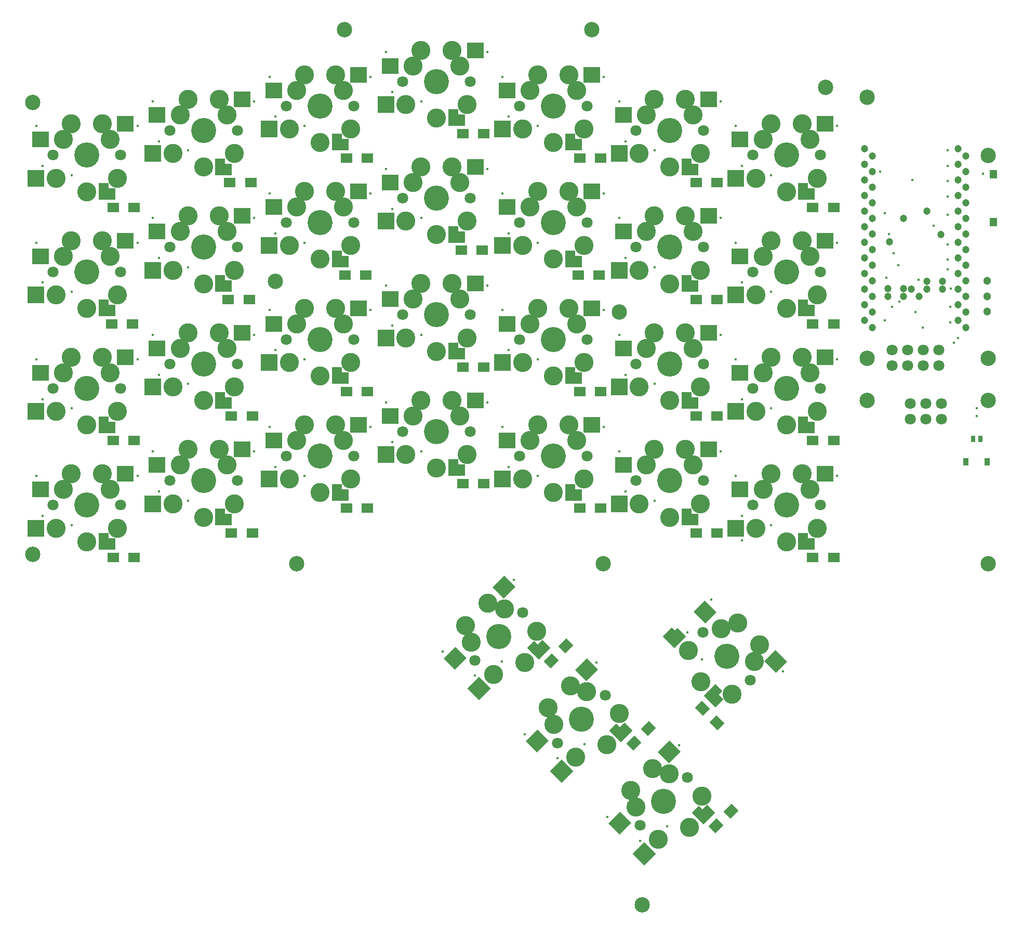
<source format=gbs>
%FSLAX46Y46*%
%MOMM*%
%AMPS33*
4,1,6,
1.307060,-0.603258,
0.524293,0.183750,
1.125431,0.784888,
0.000000,1.910319,
-1.910319,0.000000,
0.000000,-1.910319,
1.307060,-0.603258,
0
*
%
%ADD33PS33*%
%AMPS14*
21,1,2.701600,2.701600,0.000000,0.000000,0.000000*
%
%ADD14PS14*%
%AMPS24*
21,1,2.701600,2.701600,0.000000,0.000000,45.000000*
%
%ADD24PS24*%
%AMPS12*
21,1,2.651600,2.601600,0.000000,0.000000,0.000000*
%
%ADD12PS12*%
%AMPS22*
21,1,2.651600,2.601600,0.000000,0.000000,45.000000*
%
%ADD22PS22*%
%AMPS30*
21,1,2.651600,2.601600,0.000000,0.000000,315.000000*
%
%ADD30PS30*%
%AMPS20*
1,1,1.801600,0.000000,0.000000*
%
%ADD20PS20*%
%AMPS38*
1,1,1.801600,0.000000,0.000000*
%
%ADD38PS38*%
%AMPS28*
1,1,1.301600,0.000000,0.000000*
%
%ADD28PS28*%
%AMPS18*
1,1,1.201600,0.000000,0.000000*
%
%ADD18PS18*%
%AMPS36*
21,1,0.701600,0.951600,0.000000,0.000000,360.000000*
%
%ADD36PS36*%
%AMPS37*
21,1,0.801600,1.201600,0.000000,0.000000,360.000000*
%
%ADD37PS37*%
%AMPS35*
21,1,1.351600,1.101600,0.000000,0.000000,270.000000*
%
%ADD35PS35*%
%AMPS15*
4,1,6,
1.350800,0.497663,
0.240800,0.500663,
0.240800,1.350800,
-1.350800,1.350800,
-1.350800,-1.350800,
1.350800,-1.350800,
1.350800,0.497663,
0
*
%
%ADD15PS15*%
%AMPS39*
1,1,0.431800,0.000000,0.000000*
%
%ADD39PS39*%
%AMPS16*
1,1,1.803600,0.000000,0.000000*
%
%ADD16PS16*%
%AMPS26*
1,1,1.803600,0.000000,0.000000*
%
%ADD26PS26*%
%AMPS34*
1,1,1.803600,0.000000,0.000000*
%
%ADD34PS34*%
%AMPS13*
1,1,3.101600,0.000000,0.000000*
%
%ADD13PS13*%
%AMPS23*
1,1,3.101600,0.000000,0.000000*
%
%ADD23PS23*%
%AMPS31*
1,1,3.101600,0.000000,0.000000*
%
%ADD31PS31*%
%AMPS11*
1,1,4.089600,0.000000,0.000000*
%
%ADD11PS11*%
%AMPS21*
1,1,4.089600,0.000000,0.000000*
%
%ADD21PS21*%
%AMPS29*
1,1,4.089600,0.000000,0.000000*
%
%ADD29PS29*%
%AMPS32*
4,1,6,
1.910319,0.000000,
0.530330,1.379989,
0.106066,0.955725,
-0.424264,1.486055,
-1.910319,0.000000,
0.000000,-1.910319,
1.910319,0.000000,
0
*
%
%ADD32PS32*%
%AMPS25*
4,1,6,
0.603258,1.307060,
-0.183750,0.524293,
-0.784888,1.125431,
-1.910319,0.000000,
0.000000,-1.910319,
1.910319,0.000000,
0.603258,1.307060,
0
*
%
%ADD25PS25*%
%AMPS27*
21,1,1.901600,1.601600,0.000000,0.000000,135.000000*
%
%ADD27PS27*%
%AMPS17*
21,1,1.901600,1.601600,0.000000,0.000000,180.000000*
%
%ADD17PS17*%
%AMPS19*
21,1,1.901600,1.601600,0.000000,0.000000,225.000000*
%
%ADD19PS19*%
%AMPS10*
1,1,2.501600,0.000000,0.000000*
%
%ADD10PS10*%
G01*
G01*
%LPD*%
G75*
D10*
X160600000Y-58350000D03*
D10*
X4900000Y-16650000D03*
D10*
X100500000Y-50825000D03*
D10*
X97850000Y-91750000D03*
D10*
X160600000Y-25350000D03*
D10*
X55700000Y-4825000D03*
D10*
X44500000Y-45825000D03*
D10*
X4900000Y-90225000D03*
D10*
X160600000Y-65150000D03*
D10*
X140900000Y-15850000D03*
D10*
X47925000Y-91750000D03*
D10*
X140925000Y-58350000D03*
D10*
X140925000Y-65150000D03*
D10*
X134100000Y-14200000D03*
D10*
X104250000Y-147350000D03*
D10*
X160600000Y-91750000D03*
D10*
X96000000Y-4825000D03*
D11*
X51750000Y-17250000D03*
D12*
X58040000Y-12170000D03*
D13*
X46750000Y-21000000D03*
D13*
X55560000Y-14710000D03*
D14*
X43475000Y-21000000D03*
D15*
X55025000Y-23150000D03*
D13*
X47940000Y-14710000D03*
D16*
X57250000Y-17250000D03*
D13*
X54290000Y-12170000D03*
D12*
X44190000Y-14710000D03*
D16*
X46250000Y-17250000D03*
D13*
X49210000Y-12170000D03*
D13*
X56750000Y-21000000D03*
D13*
X51750000Y-23200000D03*
D17*
X36800000Y-48750000D03*
D17*
X40200000Y-48750000D03*
D17*
X94050000Y-82750000D03*
D17*
X97450000Y-82750000D03*
D17*
X94050000Y-25750000D03*
D17*
X97450000Y-25750000D03*
D17*
X56050000Y-82750000D03*
D17*
X59450000Y-82750000D03*
D17*
X56050000Y-25750000D03*
D17*
X59450000Y-25750000D03*
D18*
X155745000Y-34335000D03*
D18*
X140505000Y-39415000D03*
D18*
X156995000Y-45745000D03*
D18*
X140505000Y-41955000D03*
D18*
X140505000Y-36875000D03*
D18*
X156995000Y-27965000D03*
D18*
X155745000Y-36875000D03*
D18*
X156995000Y-50825000D03*
D18*
X141755000Y-50825000D03*
D18*
X156995000Y-38125000D03*
D18*
X153205000Y-45765000D03*
D18*
X144295000Y-47015000D03*
D18*
X155745000Y-49575000D03*
D18*
X144549000Y-39395000D03*
D18*
X146835000Y-47015000D03*
D18*
X141755000Y-30505000D03*
D18*
X140505000Y-24175000D03*
D18*
X148125000Y-47035000D03*
D18*
X156995000Y-48285000D03*
D18*
X146835000Y-48285000D03*
D18*
X140505000Y-44495000D03*
D18*
X155745000Y-26715000D03*
D18*
X153205000Y-47035000D03*
D18*
X140505000Y-31795000D03*
D18*
X141755000Y-33045000D03*
D18*
X156995000Y-30505000D03*
D18*
X141755000Y-38125000D03*
D18*
X156995000Y-40665000D03*
D18*
X155745000Y-39415000D03*
D18*
X150665000Y-47035000D03*
D18*
X141755000Y-45745000D03*
D18*
X156995000Y-35585000D03*
D18*
X150665000Y-45765000D03*
D18*
X155745000Y-31795000D03*
D18*
X140505000Y-26715000D03*
D18*
X155745000Y-44495000D03*
D18*
X140505000Y-52115000D03*
D18*
X146835000Y-35585000D03*
D18*
X141755000Y-27965000D03*
D18*
X141755000Y-35585000D03*
D18*
X155745000Y-47035000D03*
D18*
X150665000Y-34335000D03*
D18*
X156995000Y-53365000D03*
D18*
X152951000Y-38145000D03*
D18*
X144295000Y-48285000D03*
D18*
X155745000Y-52115000D03*
D18*
X141755000Y-53365000D03*
D18*
X140505000Y-47035000D03*
D18*
X156995000Y-33045000D03*
D18*
X155745000Y-24175000D03*
D18*
X140505000Y-49575000D03*
D18*
X141755000Y-40665000D03*
D18*
X155745000Y-29255000D03*
D18*
X141755000Y-25425000D03*
D18*
X155745000Y-41955000D03*
D18*
X149375000Y-48285000D03*
D18*
X156995000Y-43205000D03*
D18*
X141755000Y-48285000D03*
D18*
X156995000Y-25425000D03*
D18*
X140505000Y-34335000D03*
D18*
X141755000Y-43205000D03*
D18*
X140505000Y-29255000D03*
D17*
X94050000Y-63750000D03*
D17*
X97450000Y-63750000D03*
D11*
X127750000Y-82250000D03*
D12*
X134040000Y-77170000D03*
D13*
X122750000Y-86000000D03*
D13*
X131560000Y-79710000D03*
D14*
X119475000Y-86000000D03*
D15*
X131025000Y-88150000D03*
D13*
X123940000Y-79710000D03*
D16*
X133250000Y-82250000D03*
D13*
X130290000Y-77170000D03*
D12*
X120190000Y-79710000D03*
D16*
X122250000Y-82250000D03*
D13*
X125210000Y-77170000D03*
D13*
X132750000Y-86000000D03*
D13*
X127750000Y-88200000D03*
D11*
X70750000Y-70250000D03*
D12*
X77040000Y-65170000D03*
D13*
X65750000Y-74000000D03*
D13*
X74560000Y-67710000D03*
D14*
X62475000Y-74000000D03*
D15*
X74025000Y-76150000D03*
D13*
X66940000Y-67710000D03*
D16*
X76250000Y-70250000D03*
D13*
X73290000Y-65170000D03*
D12*
X63190000Y-67710000D03*
D16*
X65250000Y-70250000D03*
D13*
X68210000Y-65170000D03*
D13*
X75750000Y-74000000D03*
D13*
X70750000Y-76200000D03*
D11*
X13750000Y-63250000D03*
D12*
X20040000Y-58170000D03*
D13*
X8750000Y-67000000D03*
D13*
X17560000Y-60710000D03*
D14*
X5475000Y-67000000D03*
D15*
X17025000Y-69150000D03*
D13*
X9940000Y-60710000D03*
D16*
X19250000Y-63250000D03*
D13*
X16290000Y-58170000D03*
D12*
X6190000Y-60710000D03*
D16*
X8250000Y-63250000D03*
D13*
X11210000Y-58170000D03*
D13*
X18750000Y-67000000D03*
D13*
X13750000Y-69200000D03*
D19*
X116297919Y-134452081D03*
D19*
X118702081Y-132047919D03*
D17*
X18050000Y-90750000D03*
D17*
X21450000Y-90750000D03*
D17*
X18050000Y-33750000D03*
D17*
X21450000Y-33750000D03*
D11*
X108750000Y-59250000D03*
D12*
X115040000Y-54170000D03*
D13*
X103750000Y-63000000D03*
D13*
X112560000Y-56710000D03*
D14*
X100475000Y-63000000D03*
D15*
X112025000Y-65150000D03*
D13*
X104940000Y-56710000D03*
D16*
X114250000Y-59250000D03*
D13*
X111290000Y-54170000D03*
D12*
X101190000Y-56710000D03*
D16*
X103250000Y-59250000D03*
D13*
X106210000Y-54170000D03*
D13*
X113750000Y-63000000D03*
D13*
X108750000Y-65200000D03*
D11*
X13750000Y-44250000D03*
D12*
X20040000Y-39170000D03*
D13*
X8750000Y-48000000D03*
D13*
X17560000Y-41710000D03*
D14*
X5475000Y-48000000D03*
D15*
X17025000Y-50150000D03*
D13*
X9940000Y-41710000D03*
D16*
X19250000Y-44250000D03*
D13*
X16290000Y-39170000D03*
D12*
X6190000Y-41710000D03*
D16*
X8250000Y-44250000D03*
D13*
X11210000Y-39170000D03*
D13*
X18750000Y-48000000D03*
D13*
X13750000Y-50200000D03*
D17*
X132050000Y-71750000D03*
D17*
X135450000Y-71750000D03*
D11*
X32750000Y-21250000D03*
D12*
X39040000Y-16170000D03*
D13*
X27750000Y-25000000D03*
D13*
X36560000Y-18710000D03*
D14*
X24475000Y-25000000D03*
D15*
X36025000Y-27150000D03*
D13*
X28940000Y-18710000D03*
D16*
X38250000Y-21250000D03*
D13*
X35290000Y-16170000D03*
D12*
X25190000Y-18710000D03*
D16*
X27250000Y-21250000D03*
D13*
X30210000Y-16170000D03*
D13*
X37750000Y-25000000D03*
D13*
X32750000Y-27200000D03*
D20*
X147480000Y-56980000D03*
D20*
X152560000Y-59520000D03*
D20*
X144940000Y-59520000D03*
D20*
X144940000Y-56980000D03*
D20*
X150020000Y-59520000D03*
D20*
X152560000Y-56980000D03*
D20*
X147480000Y-59520000D03*
D20*
X150020000Y-56980000D03*
D11*
X127750000Y-63250000D03*
D12*
X134040000Y-58170000D03*
D13*
X122750000Y-67000000D03*
D13*
X131560000Y-60710000D03*
D14*
X119475000Y-67000000D03*
D15*
X131025000Y-69150000D03*
D13*
X123940000Y-60710000D03*
D16*
X133250000Y-63250000D03*
D13*
X130290000Y-58170000D03*
D12*
X120190000Y-60710000D03*
D16*
X122250000Y-63250000D03*
D13*
X125210000Y-58170000D03*
D13*
X132750000Y-67000000D03*
D13*
X127750000Y-69200000D03*
D17*
X113050000Y-86750000D03*
D17*
X116450000Y-86750000D03*
D11*
X108750000Y-21250000D03*
D12*
X115040000Y-16170000D03*
D13*
X103750000Y-25000000D03*
D13*
X112560000Y-18710000D03*
D14*
X100475000Y-25000000D03*
D15*
X112025000Y-27150000D03*
D13*
X104940000Y-18710000D03*
D16*
X114250000Y-21250000D03*
D13*
X111290000Y-16170000D03*
D12*
X101190000Y-18710000D03*
D16*
X103250000Y-21250000D03*
D13*
X106210000Y-16170000D03*
D13*
X113750000Y-25000000D03*
D13*
X108750000Y-27200000D03*
D19*
X102872919Y-121002081D03*
D19*
X105277081Y-118597919D03*
D17*
X18050000Y-71750000D03*
D17*
X21450000Y-71750000D03*
D11*
X89750000Y-55250000D03*
D12*
X96040000Y-50170000D03*
D13*
X84750000Y-59000000D03*
D13*
X93560000Y-52710000D03*
D14*
X81475000Y-59000000D03*
D15*
X93025000Y-61150000D03*
D13*
X85940000Y-52710000D03*
D16*
X95250000Y-55250000D03*
D13*
X92290000Y-50170000D03*
D12*
X82190000Y-52710000D03*
D16*
X84250000Y-55250000D03*
D13*
X87210000Y-50170000D03*
D13*
X94750000Y-59000000D03*
D13*
X89750000Y-61200000D03*
D17*
X93800000Y-44750000D03*
D17*
X97200000Y-44750000D03*
D11*
X51750000Y-36250000D03*
D12*
X58040000Y-31170000D03*
D13*
X46750000Y-40000000D03*
D13*
X55560000Y-33710000D03*
D14*
X43475000Y-40000000D03*
D15*
X55025000Y-42150000D03*
D13*
X47940000Y-33710000D03*
D16*
X57250000Y-36250000D03*
D13*
X54290000Y-31170000D03*
D12*
X44190000Y-33710000D03*
D16*
X46250000Y-36250000D03*
D13*
X49210000Y-31170000D03*
D13*
X56750000Y-40000000D03*
D13*
X51750000Y-42200000D03*
D11*
X127750000Y-44250000D03*
D12*
X134040000Y-39170000D03*
D13*
X122750000Y-48000000D03*
D13*
X131560000Y-41710000D03*
D14*
X119475000Y-48000000D03*
D15*
X131025000Y-50150000D03*
D13*
X123940000Y-41710000D03*
D16*
X133250000Y-44250000D03*
D13*
X130290000Y-39170000D03*
D12*
X120190000Y-41710000D03*
D16*
X122250000Y-44250000D03*
D13*
X125210000Y-39170000D03*
D13*
X132750000Y-48000000D03*
D13*
X127750000Y-50200000D03*
D11*
X51750000Y-55250000D03*
D12*
X58040000Y-50170000D03*
D13*
X46750000Y-59000000D03*
D13*
X55560000Y-52710000D03*
D14*
X43475000Y-59000000D03*
D15*
X55025000Y-61150000D03*
D13*
X47940000Y-52710000D03*
D16*
X57250000Y-55250000D03*
D13*
X54290000Y-50170000D03*
D12*
X44190000Y-52710000D03*
D16*
X46250000Y-55250000D03*
D13*
X49210000Y-50170000D03*
D13*
X56750000Y-59000000D03*
D13*
X51750000Y-61200000D03*
D17*
X75050000Y-78750000D03*
D17*
X78450000Y-78750000D03*
D17*
X37300000Y-86750000D03*
D17*
X40700000Y-86750000D03*
D17*
X37300000Y-67750000D03*
D17*
X40700000Y-67750000D03*
D11*
X89750000Y-17250000D03*
D12*
X96040000Y-12170000D03*
D13*
X84750000Y-21000000D03*
D13*
X93560000Y-14710000D03*
D14*
X81475000Y-21000000D03*
D15*
X93025000Y-23150000D03*
D13*
X85940000Y-14710000D03*
D16*
X95250000Y-17250000D03*
D13*
X92290000Y-12170000D03*
D12*
X82190000Y-14710000D03*
D16*
X84250000Y-17250000D03*
D13*
X87210000Y-12170000D03*
D13*
X94750000Y-21000000D03*
D13*
X89750000Y-23200000D03*
D21*
X107750000Y-130500000D03*
D22*
X108605599Y-122460196D03*
D23*
X106866117Y-136687184D03*
D23*
X108648025Y-126009872D03*
D24*
X104550342Y-139002959D03*
D25*
X114237704Y-132356155D03*
D23*
X103259872Y-131398025D03*
D26*
X111639087Y-126610913D03*
D23*
X105953949Y-125111847D03*
D22*
X100608222Y-134049676D03*
D26*
X103860913Y-134389087D03*
D23*
X102361847Y-128703949D03*
D23*
X113937184Y-129616117D03*
D23*
X111957285Y-134707285D03*
D17*
X113050000Y-29750000D03*
D17*
X116450000Y-29750000D03*
D11*
X70750000Y-13250000D03*
D12*
X77040000Y-8170000D03*
D13*
X65750000Y-17000000D03*
D13*
X74560000Y-10710000D03*
D14*
X62475000Y-17000000D03*
D15*
X74025000Y-19150000D03*
D13*
X66940000Y-10710000D03*
D16*
X76250000Y-13250000D03*
D13*
X73290000Y-8170000D03*
D12*
X63190000Y-10710000D03*
D16*
X65250000Y-13250000D03*
D13*
X68210000Y-8170000D03*
D13*
X75750000Y-17000000D03*
D13*
X70750000Y-19200000D03*
D11*
X89750000Y-36250000D03*
D12*
X96040000Y-31170000D03*
D13*
X84750000Y-40000000D03*
D13*
X93560000Y-33710000D03*
D14*
X81475000Y-40000000D03*
D15*
X93025000Y-42150000D03*
D13*
X85940000Y-33710000D03*
D16*
X95250000Y-36250000D03*
D13*
X92290000Y-31170000D03*
D12*
X82190000Y-33710000D03*
D16*
X84250000Y-36250000D03*
D13*
X87210000Y-31170000D03*
D13*
X94750000Y-40000000D03*
D13*
X89750000Y-42200000D03*
D17*
X75050000Y-59750000D03*
D17*
X78450000Y-59750000D03*
D11*
X70750000Y-51250000D03*
D12*
X77040000Y-46170000D03*
D13*
X65750000Y-55000000D03*
D13*
X74560000Y-48710000D03*
D14*
X62475000Y-55000000D03*
D15*
X74025000Y-57150000D03*
D13*
X66940000Y-48710000D03*
D16*
X76250000Y-51250000D03*
D13*
X73290000Y-46170000D03*
D12*
X63190000Y-48710000D03*
D16*
X65250000Y-51250000D03*
D13*
X68210000Y-46170000D03*
D13*
X75750000Y-55000000D03*
D13*
X70750000Y-57200000D03*
D21*
X80879983Y-103629943D03*
D22*
X81735582Y-95590139D03*
D23*
X79996100Y-109817127D03*
D23*
X81778008Y-99139815D03*
D24*
X77680325Y-112132902D03*
D25*
X87367687Y-105486098D03*
D23*
X76389855Y-104527968D03*
D26*
X84769070Y-99740856D03*
D23*
X79083932Y-98241790D03*
D22*
X73738205Y-107179619D03*
D26*
X76990896Y-107519030D03*
D23*
X75491830Y-101833892D03*
D23*
X87067167Y-102746060D03*
D23*
X85087268Y-107837228D03*
D21*
X94315012Y-117064972D03*
D22*
X95170611Y-109025168D03*
D23*
X93431129Y-123252156D03*
D23*
X95213037Y-112574844D03*
D24*
X91115354Y-125567931D03*
D25*
X100802716Y-118921127D03*
D23*
X89824884Y-117962997D03*
D26*
X98204099Y-113175885D03*
D23*
X92518961Y-111676819D03*
D22*
X87173234Y-120614648D03*
D26*
X90425925Y-120954059D03*
D23*
X88926859Y-115268921D03*
D23*
X100502196Y-116181089D03*
D23*
X98522297Y-121272257D03*
D27*
X114047919Y-115297919D03*
D27*
X116452081Y-117702081D03*
D17*
X74800000Y-40750000D03*
D17*
X78200000Y-40750000D03*
D11*
X32750000Y-40250000D03*
D12*
X39040000Y-35170000D03*
D13*
X27750000Y-44000000D03*
D13*
X36560000Y-37710000D03*
D14*
X24475000Y-44000000D03*
D15*
X36025000Y-46150000D03*
D13*
X28940000Y-37710000D03*
D16*
X38250000Y-40250000D03*
D13*
X35290000Y-35170000D03*
D12*
X25190000Y-37710000D03*
D16*
X27250000Y-40250000D03*
D13*
X30210000Y-35170000D03*
D13*
X37750000Y-44000000D03*
D13*
X32750000Y-46200000D03*
D28*
X160500000Y-45750000D03*
D28*
X160500000Y-50750000D03*
D28*
X160500000Y-48250000D03*
D11*
X51750000Y-74250000D03*
D12*
X58040000Y-69170000D03*
D13*
X46750000Y-78000000D03*
D13*
X55560000Y-71710000D03*
D14*
X43475000Y-78000000D03*
D15*
X55025000Y-80150000D03*
D13*
X47940000Y-71710000D03*
D16*
X57250000Y-74250000D03*
D13*
X54290000Y-69170000D03*
D12*
X44190000Y-71710000D03*
D16*
X46250000Y-74250000D03*
D13*
X49210000Y-69170000D03*
D13*
X56750000Y-78000000D03*
D13*
X51750000Y-80200000D03*
D11*
X32750000Y-78250000D03*
D12*
X39040000Y-73170000D03*
D13*
X27750000Y-82000000D03*
D13*
X36560000Y-75710000D03*
D14*
X24475000Y-82000000D03*
D15*
X36025000Y-84150000D03*
D13*
X28940000Y-75710000D03*
D16*
X38250000Y-78250000D03*
D13*
X35290000Y-73170000D03*
D12*
X25190000Y-75710000D03*
D16*
X27250000Y-78250000D03*
D13*
X30210000Y-73170000D03*
D13*
X37750000Y-82000000D03*
D13*
X32750000Y-84200000D03*
D11*
X108750000Y-40250000D03*
D12*
X115040000Y-35170000D03*
D13*
X103750000Y-44000000D03*
D13*
X112560000Y-37710000D03*
D14*
X100475000Y-44000000D03*
D15*
X112025000Y-46150000D03*
D13*
X104940000Y-37710000D03*
D16*
X114250000Y-40250000D03*
D13*
X111290000Y-35170000D03*
D12*
X101190000Y-37710000D03*
D16*
X103250000Y-40250000D03*
D13*
X106210000Y-35170000D03*
D13*
X113750000Y-44000000D03*
D13*
X108750000Y-46200000D03*
D29*
X118003088Y-106811923D03*
D30*
X126042892Y-107667522D03*
D31*
X111815904Y-105928040D03*
D31*
X122493216Y-107709948D03*
D32*
X109500129Y-103612265D03*
D33*
X116146933Y-113299627D03*
D31*
X117105063Y-102321795D03*
D34*
X121892175Y-110701010D03*
D31*
X123391241Y-105015872D03*
D30*
X114453412Y-99670145D03*
D34*
X114114001Y-102922836D03*
D31*
X119799139Y-101423770D03*
D31*
X118886971Y-112999107D03*
D31*
X113795803Y-111019208D03*
D17*
X56050000Y-63750000D03*
D17*
X59450000Y-63750000D03*
D17*
X17800000Y-52750000D03*
D17*
X21200000Y-52750000D03*
D11*
X13750000Y-25250000D03*
D12*
X20040000Y-20170000D03*
D13*
X8750000Y-29000000D03*
D13*
X17560000Y-22710000D03*
D14*
X5475000Y-29000000D03*
D15*
X17025000Y-31150000D03*
D13*
X9940000Y-22710000D03*
D16*
X19250000Y-25250000D03*
D13*
X16290000Y-20170000D03*
D12*
X6190000Y-22710000D03*
D16*
X8250000Y-25250000D03*
D13*
X11210000Y-20170000D03*
D13*
X18750000Y-29000000D03*
D13*
X13750000Y-31200000D03*
D35*
X161500000Y-28375000D03*
D35*
X161500000Y-36125000D03*
D36*
X159350000Y-71425001D03*
D37*
X160500000Y-75150001D03*
D36*
X158150000Y-71425001D03*
D37*
X157000000Y-75150001D03*
D17*
X132050000Y-33750000D03*
D17*
X135450000Y-33750000D03*
D17*
X75050000Y-21750000D03*
D17*
X78450000Y-21750000D03*
D17*
X55800000Y-44750000D03*
D17*
X59200000Y-44750000D03*
D17*
X37050000Y-29750000D03*
D17*
X40450000Y-29750000D03*
D11*
X70750000Y-32250000D03*
D12*
X77040000Y-27170000D03*
D13*
X65750000Y-36000000D03*
D13*
X74560000Y-29710000D03*
D14*
X62475000Y-36000000D03*
D15*
X74025000Y-38150000D03*
D13*
X66940000Y-29710000D03*
D16*
X76250000Y-32250000D03*
D13*
X73290000Y-27170000D03*
D12*
X63190000Y-29710000D03*
D16*
X65250000Y-32250000D03*
D13*
X68210000Y-27170000D03*
D13*
X75750000Y-36000000D03*
D13*
X70750000Y-38200000D03*
D17*
X113050000Y-67750000D03*
D17*
X116450000Y-67750000D03*
D17*
X132050000Y-90750000D03*
D17*
X135450000Y-90750000D03*
D11*
X108750000Y-78250000D03*
D12*
X115040000Y-73170000D03*
D13*
X103750000Y-82000000D03*
D13*
X112560000Y-75710000D03*
D14*
X100475000Y-82000000D03*
D15*
X112025000Y-84150000D03*
D13*
X104940000Y-75710000D03*
D16*
X114250000Y-78250000D03*
D13*
X111290000Y-73170000D03*
D12*
X101190000Y-75710000D03*
D16*
X103250000Y-78250000D03*
D13*
X106210000Y-73170000D03*
D13*
X113750000Y-82000000D03*
D13*
X108750000Y-84200000D03*
D17*
X132050000Y-52750000D03*
D17*
X135450000Y-52750000D03*
D17*
X113050000Y-48750000D03*
D17*
X116450000Y-48750000D03*
D19*
X89422919Y-107577081D03*
D19*
X91827081Y-105172919D03*
D11*
X89750000Y-74250000D03*
D12*
X96040000Y-69170000D03*
D13*
X84750000Y-78000000D03*
D13*
X93560000Y-71710000D03*
D14*
X81475000Y-78000000D03*
D15*
X93025000Y-80150000D03*
D13*
X85940000Y-71710000D03*
D16*
X95250000Y-74250000D03*
D13*
X92290000Y-69170000D03*
D12*
X82190000Y-71710000D03*
D16*
X84250000Y-74250000D03*
D13*
X87210000Y-69170000D03*
D13*
X94750000Y-78000000D03*
D13*
X89750000Y-80200000D03*
D11*
X13750000Y-82250000D03*
D12*
X20040000Y-77170000D03*
D13*
X8750000Y-86000000D03*
D13*
X17560000Y-79710000D03*
D14*
X5475000Y-86000000D03*
D15*
X17025000Y-88150000D03*
D13*
X9940000Y-79710000D03*
D16*
X19250000Y-82250000D03*
D13*
X16290000Y-77170000D03*
D12*
X6190000Y-79710000D03*
D16*
X8250000Y-82250000D03*
D13*
X11210000Y-77170000D03*
D13*
X18750000Y-86000000D03*
D13*
X13750000Y-88200000D03*
D38*
X150500000Y-68270000D03*
D38*
X153040000Y-65730000D03*
D38*
X153040000Y-68270000D03*
D38*
X147960000Y-65730000D03*
D38*
X150500000Y-65730000D03*
D38*
X147960000Y-68270000D03*
D11*
X32750000Y-59250000D03*
D12*
X39040000Y-54170000D03*
D13*
X27750000Y-63000000D03*
D13*
X36560000Y-56710000D03*
D14*
X24475000Y-63000000D03*
D15*
X36025000Y-65150000D03*
D13*
X28940000Y-56710000D03*
D16*
X38250000Y-59250000D03*
D13*
X35290000Y-54170000D03*
D12*
X25190000Y-56710000D03*
D16*
X27250000Y-59250000D03*
D13*
X30210000Y-54170000D03*
D13*
X37750000Y-63000000D03*
D13*
X32750000Y-65200000D03*
D11*
X127750000Y-25250000D03*
D12*
X134040000Y-20170000D03*
D13*
X122750000Y-29000000D03*
D13*
X131560000Y-22710000D03*
D14*
X119475000Y-29000000D03*
D15*
X131025000Y-31150000D03*
D13*
X123940000Y-22710000D03*
D16*
X133250000Y-25250000D03*
D13*
X130290000Y-20170000D03*
D12*
X120190000Y-22710000D03*
D16*
X122250000Y-25250000D03*
D13*
X125210000Y-20170000D03*
D13*
X132750000Y-29000000D03*
D13*
X127750000Y-31200000D03*
D39*
X159795300Y-28250000D03*
D39*
X125250000Y-85500000D03*
D39*
X90425925Y-123428933D03*
D39*
X106250000Y-24500000D03*
D39*
X98000000Y-50500000D03*
D39*
X154000000Y-27000000D03*
D39*
X22000000Y-20500000D03*
D39*
X136000000Y-39500000D03*
D39*
X60000000Y-69500000D03*
D39*
X155750000Y-55000000D03*
D39*
X125250000Y-66500000D03*
D39*
X149250000Y-45557890D03*
D39*
X120500000Y-46000000D03*
D39*
X81410313Y-107695806D03*
D39*
X63500000Y-15000000D03*
D39*
X100500000Y-16500000D03*
D39*
X87250000Y-20500000D03*
D39*
X117000000Y-35500000D03*
D39*
X158750000Y-66500000D03*
D39*
X68250000Y-54500000D03*
D39*
X117000000Y-73500000D03*
D39*
X143750000Y-52115000D03*
D39*
X82500000Y-19000000D03*
D39*
X49250000Y-58500000D03*
D39*
X81500000Y-69500000D03*
D39*
X100500000Y-73500000D03*
D39*
X143000000Y-27965000D03*
D39*
X71687595Y-106104816D03*
D39*
X79000000Y-46500000D03*
D39*
X158750000Y-67750000D03*
D39*
X6500000Y-46000000D03*
D39*
X43500000Y-69500000D03*
D39*
X5500000Y-77500000D03*
D39*
X100500000Y-54500000D03*
D39*
X11250000Y-47500000D03*
D39*
X148250000Y-29255000D03*
D39*
X68250000Y-73500000D03*
D39*
X60000000Y-31500000D03*
D39*
X113937225Y-107342253D03*
D39*
X63500000Y-72000000D03*
D39*
X6500000Y-27000000D03*
D39*
X24500000Y-35500000D03*
D39*
X81500000Y-31500000D03*
D39*
X79000000Y-27500000D03*
D39*
X144500000Y-38125000D03*
D39*
X117000000Y-16500000D03*
D39*
X43500000Y-50500000D03*
D39*
X98000000Y-31500000D03*
D39*
X119500000Y-77500000D03*
D39*
X143750000Y-34732590D03*
D39*
X100500000Y-35500000D03*
D39*
X5500000Y-39500000D03*
D39*
X120500000Y-88000000D03*
D39*
X11250000Y-66500000D03*
D39*
X6500000Y-65000000D03*
D39*
X154453703Y-49953703D03*
D39*
X85122624Y-119539845D03*
D39*
X44500000Y-57000000D03*
D39*
X98000000Y-69500000D03*
D39*
X30250000Y-81500000D03*
D39*
X22000000Y-39500000D03*
D39*
X120500000Y-84000000D03*
D39*
X106250000Y-43500000D03*
D39*
X119500000Y-58500000D03*
D39*
X76990896Y-109993904D03*
D39*
X96789885Y-107872584D03*
D39*
X49250000Y-77500000D03*
D39*
X6500000Y-84000000D03*
D39*
X154500000Y-47000000D03*
D39*
X49250000Y-39500000D03*
D39*
X154000000Y-43850300D03*
D39*
X119500000Y-39500000D03*
D39*
X127195476Y-109286796D03*
D39*
X119500000Y-20500000D03*
D39*
X87250000Y-58500000D03*
D39*
X136000000Y-58500000D03*
D39*
X24500000Y-16500000D03*
D39*
X49250000Y-20500000D03*
D39*
X110224873Y-121307612D03*
D39*
X22000000Y-77500000D03*
D39*
X30250000Y-24500000D03*
D39*
X154000000Y-39750000D03*
D39*
X41000000Y-16500000D03*
D39*
X154000000Y-29500000D03*
D39*
X148750000Y-50825000D03*
D39*
X81500000Y-50500000D03*
D39*
X30250000Y-62500000D03*
D39*
X25500000Y-61000000D03*
D39*
X5500000Y-58500000D03*
D39*
X101500000Y-80000000D03*
D39*
X24500000Y-73500000D03*
D39*
X103860913Y-136863961D03*
D39*
X108280330Y-134565863D03*
D39*
X24500000Y-54500000D03*
D39*
X145000000Y-49950000D03*
D39*
X101500000Y-23000000D03*
D39*
X106250000Y-62500000D03*
D39*
X125250000Y-28500000D03*
D39*
X125250000Y-47500000D03*
D39*
X63500000Y-34000000D03*
D39*
X87250000Y-39500000D03*
D39*
X98557612Y-132974873D03*
D39*
X94845342Y-121130835D03*
D39*
X62500000Y-8500000D03*
D39*
X25500000Y-80000000D03*
D39*
X82500000Y-38000000D03*
D39*
X154000000Y-32000000D03*
D39*
X44500000Y-76000000D03*
D39*
X146137410Y-49137410D03*
D39*
X120500000Y-27000000D03*
D39*
X41000000Y-54500000D03*
D39*
X30250000Y-43500000D03*
D39*
X68250000Y-16500000D03*
D39*
X120500000Y-65000000D03*
D39*
X117000000Y-54500000D03*
D39*
X79000000Y-8500000D03*
D39*
X25500000Y-42000000D03*
D39*
X63500000Y-53000000D03*
D39*
X154000000Y-35000000D03*
D39*
X115528215Y-97619535D03*
D39*
X22000000Y-58500000D03*
D39*
X11250000Y-28500000D03*
D39*
X83354856Y-94437555D03*
D39*
X62500000Y-27500000D03*
D39*
X111639127Y-102922836D03*
D39*
X11250000Y-85500000D03*
D39*
X145250000Y-41250000D03*
D39*
X154000000Y-24500000D03*
D39*
X43500000Y-12500000D03*
D39*
X146000000Y-43205000D03*
D39*
X62500000Y-46500000D03*
D39*
X41000000Y-73500000D03*
D39*
X151750000Y-36750000D03*
D39*
X98000000Y-12500000D03*
D39*
X136000000Y-77500000D03*
D39*
X101500000Y-42000000D03*
D39*
X155000000Y-55750000D03*
D39*
X154000000Y-42250000D03*
D39*
X106250000Y-81500000D03*
D39*
X68250000Y-35500000D03*
D39*
X5500000Y-20500000D03*
D39*
X82500000Y-76000000D03*
D39*
X82500000Y-57000000D03*
D39*
X43500000Y-31500000D03*
D39*
X60000000Y-12500000D03*
D39*
X41000000Y-35500000D03*
D39*
X101500000Y-61000000D03*
D39*
X154473703Y-52473703D03*
D39*
X144000000Y-45250000D03*
D39*
X79000000Y-65500000D03*
D39*
X60000000Y-50500000D03*
D39*
X62500000Y-65500000D03*
D39*
X44500000Y-38000000D03*
D39*
X25500000Y-23000000D03*
D39*
X136000000Y-20500000D03*
D39*
X81500000Y-12500000D03*
D39*
X44500000Y-19000000D03*
D39*
X87250000Y-77500000D03*
D39*
X150000000Y-53365000D03*
M02*

</source>
